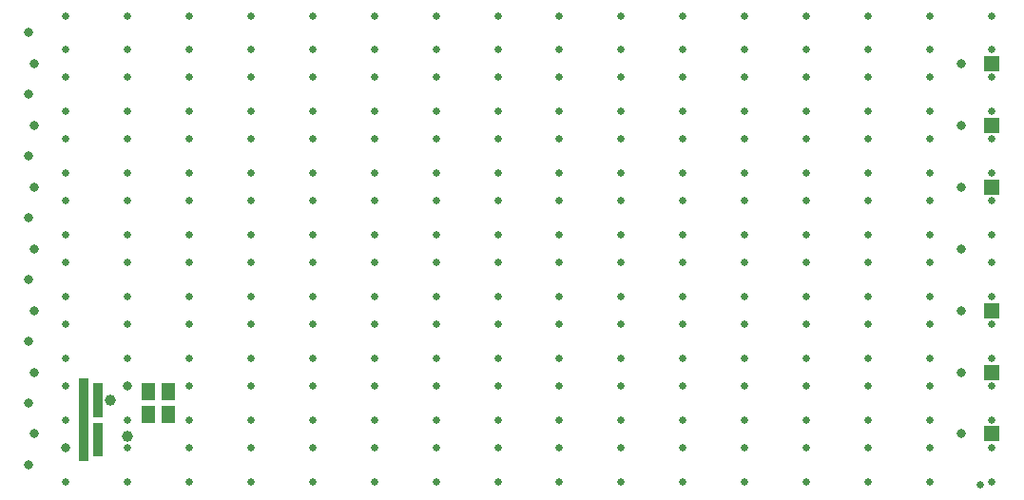
<source format=gbs>
G04*
G04 #@! TF.GenerationSoftware,Altium Limited,CircuitMaker,2.3.0 (3)*
G04*
G04 Layer_Color=8150272*
%FSLAX25Y25*%
%MOIN*%
G70*
G04*
G04 #@! TF.SameCoordinates,2CB11315-EA6C-4568-8D24-B69FFBB62024*
G04*
G04*
G04 #@! TF.FilePolarity,Negative*
G04*
G01*
G75*
%ADD18R,0.05524X0.05524*%
%ADD19C,0.03950*%
%ADD20C,0.03162*%
%ADD21C,0.02572*%
%ADD35R,0.03556X0.01981*%
%ADD36R,0.03556X0.04737*%
%ADD37R,0.04737X0.06115*%
D18*
X446457Y230906D02*
D03*
Y209252D02*
D03*
Y252559D02*
D03*
Y144291D02*
D03*
Y165945D02*
D03*
Y122638D02*
D03*
D19*
X137402Y134449D02*
D03*
X143307Y121654D02*
D03*
D20*
X108858Y263386D02*
D03*
X110827Y122638D02*
D03*
Y144291D02*
D03*
Y165945D02*
D03*
Y187598D02*
D03*
Y209252D02*
D03*
Y230906D02*
D03*
Y252559D02*
D03*
X435630Y122638D02*
D03*
Y144291D02*
D03*
Y165945D02*
D03*
Y187598D02*
D03*
Y209252D02*
D03*
Y230906D02*
D03*
Y252559D02*
D03*
X108858Y111811D02*
D03*
Y133465D02*
D03*
Y155118D02*
D03*
Y176772D02*
D03*
Y198425D02*
D03*
Y220079D02*
D03*
Y241732D02*
D03*
X121653Y117717D02*
D03*
X143307Y139370D02*
D03*
D21*
X442520Y104921D02*
D03*
X121653Y105905D02*
D03*
X143307Y117717D02*
D03*
Y105905D02*
D03*
X186614D02*
D03*
Y117717D02*
D03*
X164961D02*
D03*
Y105905D02*
D03*
X229921D02*
D03*
Y117717D02*
D03*
X251575D02*
D03*
Y105905D02*
D03*
X208268D02*
D03*
Y117717D02*
D03*
X294882Y105905D02*
D03*
Y117717D02*
D03*
X316535D02*
D03*
Y105905D02*
D03*
X273228D02*
D03*
Y117717D02*
D03*
X359842Y105905D02*
D03*
Y117717D02*
D03*
X381496D02*
D03*
Y105905D02*
D03*
X338189D02*
D03*
Y117717D02*
D03*
X424803Y105905D02*
D03*
Y117717D02*
D03*
X446457D02*
D03*
Y105905D02*
D03*
X403150D02*
D03*
Y117717D02*
D03*
X121653Y127559D02*
D03*
Y139370D02*
D03*
X143307Y127559D02*
D03*
X186614D02*
D03*
Y139370D02*
D03*
X164961D02*
D03*
Y127559D02*
D03*
X229921D02*
D03*
Y139370D02*
D03*
X251575D02*
D03*
Y127559D02*
D03*
X208268D02*
D03*
Y139370D02*
D03*
X294882Y127559D02*
D03*
Y139370D02*
D03*
X316535D02*
D03*
Y127559D02*
D03*
X273228D02*
D03*
Y139370D02*
D03*
X359842Y127559D02*
D03*
Y139370D02*
D03*
X381496D02*
D03*
Y127559D02*
D03*
X338189D02*
D03*
Y139370D02*
D03*
X424803Y127559D02*
D03*
Y139370D02*
D03*
X446457D02*
D03*
Y127559D02*
D03*
X403150D02*
D03*
Y139370D02*
D03*
X121653Y149213D02*
D03*
Y161024D02*
D03*
X143307D02*
D03*
Y149213D02*
D03*
X186614D02*
D03*
Y161024D02*
D03*
X164961D02*
D03*
Y149213D02*
D03*
X229921D02*
D03*
Y161024D02*
D03*
X251575D02*
D03*
Y149213D02*
D03*
X208268D02*
D03*
Y161024D02*
D03*
X294882Y149213D02*
D03*
Y161024D02*
D03*
X316535D02*
D03*
Y149213D02*
D03*
X273228D02*
D03*
Y161024D02*
D03*
X359842Y149213D02*
D03*
Y161024D02*
D03*
X381496D02*
D03*
Y149213D02*
D03*
X338189D02*
D03*
Y161024D02*
D03*
X424803Y149213D02*
D03*
Y161024D02*
D03*
X446457D02*
D03*
Y149213D02*
D03*
X403150D02*
D03*
Y161024D02*
D03*
X121653Y170866D02*
D03*
Y182677D02*
D03*
X143307D02*
D03*
Y170866D02*
D03*
X186614D02*
D03*
Y182677D02*
D03*
X164961D02*
D03*
Y170866D02*
D03*
X229921D02*
D03*
Y182677D02*
D03*
X251575D02*
D03*
Y170866D02*
D03*
X208268D02*
D03*
Y182677D02*
D03*
X294882Y170866D02*
D03*
Y182677D02*
D03*
X316535D02*
D03*
Y170866D02*
D03*
X273228D02*
D03*
Y182677D02*
D03*
X359842Y170866D02*
D03*
Y182677D02*
D03*
X381496D02*
D03*
Y170866D02*
D03*
X338189D02*
D03*
Y182677D02*
D03*
X424803Y170866D02*
D03*
Y182677D02*
D03*
X446457D02*
D03*
Y170866D02*
D03*
X403150D02*
D03*
Y182677D02*
D03*
X121653Y192520D02*
D03*
Y204331D02*
D03*
X143307D02*
D03*
Y192520D02*
D03*
X186614D02*
D03*
Y204331D02*
D03*
X164961D02*
D03*
Y192520D02*
D03*
X229921D02*
D03*
Y204331D02*
D03*
X251575D02*
D03*
Y192520D02*
D03*
X208268D02*
D03*
Y204331D02*
D03*
X294882Y192520D02*
D03*
Y204331D02*
D03*
X316535D02*
D03*
Y192520D02*
D03*
X273228D02*
D03*
Y204331D02*
D03*
X359842Y192520D02*
D03*
Y204331D02*
D03*
X381496D02*
D03*
Y192520D02*
D03*
X338189D02*
D03*
Y204331D02*
D03*
X424803Y192520D02*
D03*
Y204331D02*
D03*
X446457D02*
D03*
Y192520D02*
D03*
X403150D02*
D03*
Y204331D02*
D03*
X121653Y214173D02*
D03*
Y225984D02*
D03*
X143307D02*
D03*
Y214173D02*
D03*
X186614D02*
D03*
Y225984D02*
D03*
X164961D02*
D03*
Y214173D02*
D03*
X229921D02*
D03*
Y225984D02*
D03*
X251575D02*
D03*
Y214173D02*
D03*
X208268D02*
D03*
Y225984D02*
D03*
X294882Y214173D02*
D03*
Y225984D02*
D03*
X316535D02*
D03*
Y214173D02*
D03*
X273228D02*
D03*
Y225984D02*
D03*
X359842Y214173D02*
D03*
Y225984D02*
D03*
X381496D02*
D03*
Y214173D02*
D03*
X338189D02*
D03*
Y225984D02*
D03*
X424803Y214173D02*
D03*
Y225984D02*
D03*
X446457D02*
D03*
Y214173D02*
D03*
X403150D02*
D03*
Y225984D02*
D03*
X121653Y235827D02*
D03*
Y247638D02*
D03*
X143307D02*
D03*
Y235827D02*
D03*
X186614D02*
D03*
Y247638D02*
D03*
X164961D02*
D03*
Y235827D02*
D03*
X229921D02*
D03*
Y247638D02*
D03*
X251575D02*
D03*
Y235827D02*
D03*
X208268D02*
D03*
Y247638D02*
D03*
X294882Y235827D02*
D03*
Y247638D02*
D03*
X316535D02*
D03*
Y235827D02*
D03*
X273228D02*
D03*
Y247638D02*
D03*
X359842Y235827D02*
D03*
Y247638D02*
D03*
X381496D02*
D03*
Y235827D02*
D03*
X338189D02*
D03*
Y247638D02*
D03*
X424803Y235827D02*
D03*
Y247638D02*
D03*
X446457D02*
D03*
Y235827D02*
D03*
X403150D02*
D03*
Y247638D02*
D03*
Y269291D02*
D03*
Y257480D02*
D03*
X446457D02*
D03*
Y269291D02*
D03*
X424803D02*
D03*
Y257480D02*
D03*
X338189Y269291D02*
D03*
Y257480D02*
D03*
X381496D02*
D03*
Y269291D02*
D03*
X359842D02*
D03*
Y257480D02*
D03*
X273228Y269291D02*
D03*
Y257480D02*
D03*
X316535D02*
D03*
Y269291D02*
D03*
X294882D02*
D03*
Y257480D02*
D03*
X208268Y269291D02*
D03*
Y257480D02*
D03*
X251575D02*
D03*
Y269291D02*
D03*
X229921D02*
D03*
Y257480D02*
D03*
X164961D02*
D03*
Y269291D02*
D03*
X186614D02*
D03*
Y257480D02*
D03*
X143307D02*
D03*
Y269291D02*
D03*
X121653D02*
D03*
Y257480D02*
D03*
D35*
X133071Y115748D02*
D03*
Y117717D02*
D03*
Y119685D02*
D03*
Y121654D02*
D03*
Y123622D02*
D03*
Y125591D02*
D03*
Y129528D02*
D03*
Y131496D02*
D03*
Y133465D02*
D03*
Y135433D02*
D03*
Y137402D02*
D03*
Y139370D02*
D03*
X127953Y126575D02*
D03*
Y128543D02*
D03*
Y130512D02*
D03*
Y132480D02*
D03*
Y124606D02*
D03*
Y122638D02*
D03*
Y118701D02*
D03*
Y120669D02*
D03*
Y134449D02*
D03*
Y136417D02*
D03*
D36*
Y115354D02*
D03*
Y139764D02*
D03*
D37*
X157677Y137402D02*
D03*
X150591D02*
D03*
X150591Y129528D02*
D03*
X157677D02*
D03*
M02*

</source>
